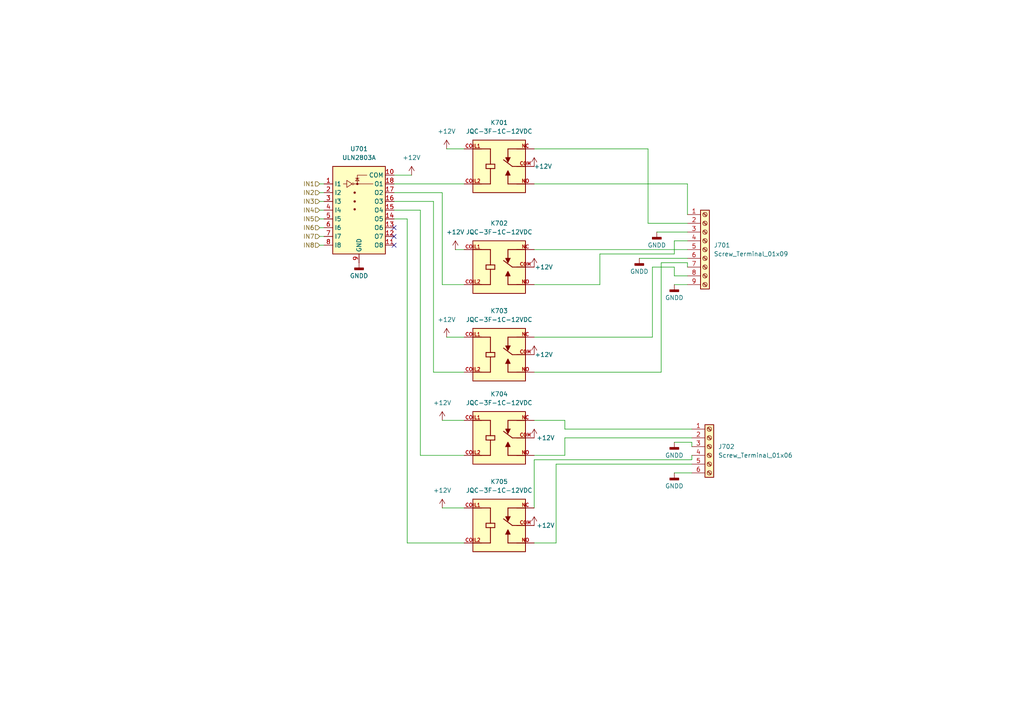
<source format=kicad_sch>
(kicad_sch (version 20231120) (generator "eeschema") (generator_version "8.0")
  (paper "A4")
  (lib_symbols
    (symbol "Connector:Screw_Terminal_01x06" (pin_names (offset 1.016) hide)
      (property "Reference" "J" (at 0 7.62 0))
      (property "Value" "Screw_Terminal_01x06" (at 0 -10.16 0))
      (symbol "Screw_Terminal_01x06_1_1"
        (rectangle (start -1.27 6.35) (end 1.27 -8.89) (stroke (width 0.254)) (fill (type background)))
        (circle (center 0 -7.62) (radius 0.635) (stroke (width 0.1524)))
        (circle (center 0 -5.08) (radius 0.635) (stroke (width 0.1524)))
        (circle (center 0 -2.54) (radius 0.635) (stroke (width 0.1524)))
        (polyline (pts (xy -0.5334 -7.2898) (xy 0.3302 -8.128)) (stroke (width 0.1524)))
        (polyline (pts (xy -0.5334 -4.7498) (xy 0.3302 -5.588)) (stroke (width 0.1524)))
        (polyline (pts (xy -0.5334 -2.2098) (xy 0.3302 -3.048)) (stroke (width 0.1524)))
        (polyline (pts (xy -0.5334 0.3302) (xy 0.3302 -0.508)) (stroke (width 0.1524)))
        (polyline (pts (xy -0.5334 2.8702) (xy 0.3302 2.032)) (stroke (width 0.1524)))
        (polyline (pts (xy -0.5334 5.4102) (xy 0.3302 4.572)) (stroke (width 0.1524)))
        (polyline (pts (xy -0.3556 -7.112) (xy 0.508 -7.9502)) (stroke (width 0.1524)))
        (polyline (pts (xy -0.3556 -4.572) (xy 0.508 -5.4102)) (stroke (width 0.1524)))
        (polyline (pts (xy -0.3556 -2.032) (xy 0.508 -2.8702)) (stroke (width 0.1524)))
        (polyline (pts (xy -0.3556 0.508) (xy 0.508 -0.3302)) (stroke (width 0.1524)))
        (polyline (pts (xy -0.3556 3.048) (xy 0.508 2.2098)) (stroke (width 0.1524)))
        (polyline (pts (xy -0.3556 5.588) (xy 0.508 4.7498)) (stroke (width 0.1524)))
        (circle (center 0 0) (radius 0.635) (stroke (width 0.1524)))
        (circle (center 0 2.54) (radius 0.635) (stroke (width 0.1524)))
        (circle (center 0 5.08) (radius 0.635) (stroke (width 0.1524)))
        (pin passive line (at -5.08 5.08 0) (length 3.81) (name "Pin_1") (number "1"))
        (pin passive line (at -5.08 2.54 0) (length 3.81) (name "Pin_2") (number "2"))
        (pin passive line (at -5.08 0 0) (length 3.81) (name "Pin_3") (number "3"))
        (pin passive line (at -5.08 -2.54 0) (length 3.81) (name "Pin_4") (number "4"))
        (pin passive line (at -5.08 -5.08 0) (length 3.81) (name "Pin_5") (number "5"))
        (pin passive line (at -5.08 -7.62 0) (length 3.81) (name "Pin_6") (number "6"))
      )
    )
    (symbol "Connector:Screw_Terminal_01x09" (pin_names (offset 1.016) hide)
      (property "Reference" "J" (at 0 12.7 0))
      (property "Value" "Screw_Terminal_01x09" (at 0 -12.7 0))
      (symbol "Screw_Terminal_01x09_1_1"
        (rectangle (start -1.27 11.43) (end 1.27 -11.43) (stroke (width 0.254)) (fill (type background)))
        (circle (center 0 -10.16) (radius 0.635) (stroke (width 0.1524)))
        (circle (center 0 -7.62) (radius 0.635) (stroke (width 0.1524)))
        (circle (center 0 -5.08) (radius 0.635) (stroke (width 0.1524)))
        (circle (center 0 -2.54) (radius 0.635) (stroke (width 0.1524)))
        (polyline (pts (xy -0.5334 -9.8298) (xy 0.3302 -10.668)) (stroke (width 0.1524)))
        (polyline (pts (xy -0.5334 -7.2898) (xy 0.3302 -8.128)) (stroke (width 0.1524)))
        (polyline (pts (xy -0.5334 -4.7498) (xy 0.3302 -5.588)) (stroke (width 0.1524)))
        (polyline (pts (xy -0.5334 -2.2098) (xy 0.3302 -3.048)) (stroke (width 0.1524)))
        (polyline (pts (xy -0.5334 0.3302) (xy 0.3302 -0.508)) (stroke (width 0.1524)))
        (polyline (pts (xy -0.5334 2.8702) (xy 0.3302 2.032)) (stroke (width 0.1524)))
        (polyline (pts (xy -0.5334 5.4102) (xy 0.3302 4.572)) (stroke (width 0.1524)))
        (polyline (pts (xy -0.5334 7.9502) (xy 0.3302 7.112)) (stroke (width 0.1524)))
        (polyline (pts (xy -0.5334 10.4902) (xy 0.3302 9.652)) (stroke (width 0.1524)))
        (polyline (pts (xy -0.3556 -9.652) (xy 0.508 -10.4902)) (stroke (width 0.1524)))
        (polyline (pts (xy -0.3556 -7.112) (xy 0.508 -7.9502)) (stroke (width 0.1524)))
        (polyline (pts (xy -0.3556 -4.572) (xy 0.508 -5.4102)) (stroke (width 0.1524)))
        (polyline (pts (xy -0.3556 -2.032) (xy 0.508 -2.8702)) (stroke (width 0.1524)))
        (polyline (pts (xy -0.3556 0.508) (xy 0.508 -0.3302)) (stroke (width 0.1524)))
        (polyline (pts (xy -0.3556 3.048) (xy 0.508 2.2098)) (stroke (width 0.1524)))
        (polyline (pts (xy -0.3556 5.588) (xy 0.508 4.7498)) (stroke (width 0.1524)))
        (polyline (pts (xy -0.3556 8.128) (xy 0.508 7.2898)) (stroke (width 0.1524)))
        (polyline (pts (xy -0.3556 10.668) (xy 0.508 9.8298)) (stroke (width 0.1524)))
        (circle (center 0 0) (radius 0.635) (stroke (width 0.1524)))
        (circle (center 0 2.54) (radius 0.635) (stroke (width 0.1524)))
        (circle (center 0 5.08) (radius 0.635) (stroke (width 0.1524)))
        (circle (center 0 7.62) (radius 0.635) (stroke (width 0.1524)))
        (circle (center 0 10.16) (radius 0.635) (stroke (width 0.1524)))
        (pin passive line (at -5.08 10.16 0) (length 3.81) (name "Pin_1") (number "1"))
        (pin passive line (at -5.08 7.62 0) (length 3.81) (name "Pin_2") (number "2"))
        (pin passive line (at -5.08 5.08 0) (length 3.81) (name "Pin_3") (number "3"))
        (pin passive line (at -5.08 2.54 0) (length 3.81) (name "Pin_4") (number "4"))
        (pin passive line (at -5.08 0 0) (length 3.81) (name "Pin_5") (number "5"))
        (pin passive line (at -5.08 -2.54 0) (length 3.81) (name "Pin_6") (number "6"))
        (pin passive line (at -5.08 -5.08 0) (length 3.81) (name "Pin_7") (number "7"))
        (pin passive line (at -5.08 -7.62 0) (length 3.81) (name "Pin_8") (number "8"))
        (pin passive line (at -5.08 -10.16 0) (length 3.81) (name "Pin_9") (number "9"))
      )
    )
    (symbol "Relay:JQC-3F-1C-24VDC" (pin_names (offset 1.016))
      (property "Reference" "K705" (at 0 12.7 0))
      (property "Value" "JQC-3F-1C-12VDC" (at 0 10.16 0))
      (symbol "JQC-3F-1C-24VDC_0_0"
        (rectangle (start -7.62 -7.62) (end 7.62 7.62) (stroke (width 0.254)) (fill (type background)))
        (polyline (pts (xy -7.62 -5.08) (xy -2.54 -5.08)) (stroke (width 0.254)))
        (polyline (pts (xy -7.62 5.08) (xy -2.54 5.08)) (stroke (width 0.254)))
        (polyline (pts (xy -3.81 -0.635) (xy -3.81 0.635)) (stroke (width 0.254)))
        (polyline (pts (xy -3.81 0.635) (xy -2.54 0.635)) (stroke (width 0.254)))
        (polyline (pts (xy -2.54 -0.635) (xy -3.81 -0.635)) (stroke (width 0.254)))
        (polyline (pts (xy -2.54 -0.635) (xy -2.54 -5.08)) (stroke (width 0.254)))
        (polyline (pts (xy -2.54 0.635) (xy -1.27 0.635)) (stroke (width 0.254)))
        (polyline (pts (xy -2.54 5.08) (xy -2.54 0.635)) (stroke (width 0.254)))
        (polyline (pts (xy -1.27 -0.635) (xy -2.54 -0.635)) (stroke (width 0.254)))
        (polyline (pts (xy -1.27 0.635) (xy -1.27 -0.635)) (stroke (width 0.254)))
        (polyline (pts (xy 2.54 -5.08) (xy 2.54 -2.54)) (stroke (width 0.254)))
        (polyline (pts (xy 2.54 5.08) (xy 2.54 2.54)) (stroke (width 0.254)))
        (polyline (pts (xy 2.54 5.08) (xy 7.62 5.08)) (stroke (width 0.254)))
        (polyline (pts (xy 3.81 0) (xy 1.27 1.905)) (stroke (width 0.254)))
        (polyline (pts (xy 7.62 -5.08) (xy 2.54 -5.08)) (stroke (width 0.254)))
        (polyline (pts (xy 7.62 0) (xy 3.81 0)) (stroke (width 0.254)))
        (polyline (pts (xy 1.905 -2.54) (xy 3.175 -2.54) (xy 2.54 -1.27) (xy 1.905 -2.54)) (stroke (width 0.254)) (fill (type outline)))
        (polyline (pts (xy 3.175 2.54) (xy 1.905 2.54) (xy 2.54 1.27) (xy 3.175 2.54)) (stroke (width 0.254)) (fill (type outline)))
        (pin passive line (at -10.16 5.08 0) (length 5.08) (name "~") (number "COIL1"))
        (pin passive line (at -10.16 -5.08 0) (length 5.08) (name "~") (number "COIL2"))
        (pin passive line (at 10.16 0 180) (length 5.08) (name "~") (number "COM"))
        (pin passive line (at 10.16 5.08 180) (length 5.08) (name "~") (number "NC"))
        (pin passive line (at 10.16 -5.08 180) (length 5.08) (name "~") (number "NO"))
      )
    )
    (symbol "Transistor_Array:ULN2803A"
      (property "Reference" "U" (at 0 13.335 0))
      (property "Value" "ULN2803A" (at 0 11.43 0))
      (symbol "ULN2803A_0_1"
        (rectangle (start -7.62 -15.24) (end 7.62 10.16) (stroke (width 0.254)) (fill (type background)))
        (circle (center -1.778 5.08) (radius 0.254))
        (circle (center -1.27 -2.286) (radius 0.254) (fill (type outline)))
        (circle (center -1.27 0) (radius 0.254) (fill (type outline)))
        (circle (center -1.27 2.54) (radius 0.254) (fill (type outline)))
        (circle (center -0.508 5.08) (radius 0.254) (fill (type outline)))
        (polyline (pts (xy -4.572 5.08) (xy -3.556 5.08)))
        (polyline (pts (xy -1.524 5.08) (xy 4.064 5.08)))
        (polyline (pts (xy 0 6.731) (xy -1.016 6.731)))
        (polyline (pts (xy -0.508 5.08) (xy -0.508 7.62) (xy 2.286 7.62)))
        (polyline (pts (xy -3.556 6.096) (xy -3.556 4.064) (xy -2.032 5.08) (xy -3.556 6.096)))
        (polyline (pts (xy 0 5.969) (xy -1.016 5.969) (xy -0.508 6.731) (xy 0 5.969)))
      )
      (symbol "ULN2803A_1_1"
        (pin input line (at -10.16 5.08 0) (length 2.54) (name "I1") (number "1"))
        (pin passive line (at 10.16 7.62 180) (length 2.54) (name "COM") (number "10"))
        (pin open_collector line (at 10.16 -12.7 180) (length 2.54) (name "O8") (number "11"))
        (pin open_collector line (at 10.16 -10.16 180) (length 2.54) (name "O7") (number "12"))
        (pin open_collector line (at 10.16 -7.62 180) (length 2.54) (name "O6") (number "13"))
        (pin open_collector line (at 10.16 -5.08 180) (length 2.54) (name "O5") (number "14"))
        (pin open_collector line (at 10.16 -2.54 180) (length 2.54) (name "O4") (number "15"))
        (pin open_collector line (at 10.16 0 180) (length 2.54) (name "O3") (number "16"))
        (pin open_collector line (at 10.16 2.54 180) (length 2.54) (name "O2") (number "17"))
        (pin open_collector line (at 10.16 5.08 180) (length 2.54) (name "O1") (number "18"))
        (pin input line (at -10.16 2.54 0) (length 2.54) (name "I2") (number "2"))
        (pin input line (at -10.16 0 0) (length 2.54) (name "I3") (number "3"))
        (pin input line (at -10.16 -2.54 0) (length 2.54) (name "I4") (number "4"))
        (pin input line (at -10.16 -5.08 0) (length 2.54) (name "I5") (number "5"))
        (pin input line (at -10.16 -7.62 0) (length 2.54) (name "I6") (number "6"))
        (pin input line (at -10.16 -10.16 0) (length 2.54) (name "I7") (number "7"))
        (pin input line (at -10.16 -12.7 0) (length 2.54) (name "I8") (number "8"))
        (pin power_in line (at 0 -17.78 90) (length 2.54) (name "GND") (number "9"))
      )
    )
    (symbol "power:+12V" (power) (pin_numbers hide) (pin_names (offset 0) hide)
      (property "Value" "+12V" (at 0 3.556 0))
      (symbol "+12V_0_1"
        (polyline (pts (xy -0.762 1.27) (xy 0 2.54)))
        (polyline (pts (xy 0 0) (xy 0 2.54)))
        (polyline (pts (xy 0 2.54) (xy 0.762 1.27)))
      )
      (symbol "+12V_1_1"
        (pin power_in line (at 0 0 90) (length 0) (name "~") (number "1"))
      )
    )
    (symbol "power:GNDD" (power) (pin_numbers hide) (pin_names (offset 0) hide)
      (property "Value" "GNDD" (at 0 -3.175 0))
      (symbol "GNDD_0_1"
        (rectangle (start -1.27 -1.524) (end 1.27 -2.032) (stroke (width 0.254)) (fill (type outline)))
        (polyline (pts (xy 0 0) (xy 0 -1.524)))
      )
      (symbol "GNDD_1_1"
        (pin power_in line (at 0 0 270) (length 0) (name "~") (number "1"))
      )
    )
  )
  (no_connect (at 114.3 68.58))
  (no_connect (at 114.3 71.12))
  (no_connect (at 114.3 66.04))
  (wire (pts (xy 92.71 58.42) (xy 93.98 58.42)))
  (wire (pts (xy 134.62 107.95) (xy 125.73 107.95)))
  (wire (pts (xy 163.83 132.08) (xy 163.83 127)))
  (wire (pts (xy 114.3 60.96) (xy 121.92 60.96)))
  (wire (pts (xy 154.94 72.39) (xy 199.39 72.39)))
  (wire (pts (xy 189.23 77.47) (xy 195.58 77.47)))
  (wire (pts (xy 154.94 53.34) (xy 199.39 53.34)))
  (wire (pts (xy 128.27 82.55) (xy 128.27 55.88)))
  (wire (pts (xy 154.94 147.32) (xy 154.94 133.35)))
  (wire (pts (xy 129.54 97.79) (xy 134.62 97.79)))
  (wire (pts (xy 154.94 82.55) (xy 173.99 82.55)))
  (wire (pts (xy 190.5 67.31) (xy 199.39 67.31)))
  (wire (pts (xy 195.58 128.27) (xy 200.66 128.27)))
  (wire (pts (xy 132.08 72.39) (xy 134.62 72.39)))
  (wire (pts (xy 121.92 132.08) (xy 121.92 60.96)))
  (wire (pts (xy 163.83 127) (xy 200.66 127)))
  (wire (pts (xy 195.58 137.16) (xy 200.66 137.16)))
  (wire (pts (xy 154.94 97.79) (xy 189.23 97.79)))
  (wire (pts (xy 200.66 133.35) (xy 200.66 132.08)))
  (wire (pts (xy 200.66 128.27) (xy 200.66 129.54)))
  (wire (pts (xy 154.94 133.35) (xy 200.66 133.35)))
  (wire (pts (xy 199.39 76.2) (xy 199.39 77.47)))
  (wire (pts (xy 163.83 121.92) (xy 154.94 121.92)))
  (wire (pts (xy 191.77 76.2) (xy 199.39 76.2)))
  (wire (pts (xy 134.62 157.48) (xy 118.11 157.48)))
  (wire (pts (xy 173.99 73.66) (xy 195.58 73.66)))
  (wire (pts (xy 154.94 132.08) (xy 163.83 132.08)))
  (wire (pts (xy 134.62 132.08) (xy 121.92 132.08)))
  (wire (pts (xy 92.71 60.96) (xy 93.98 60.96)))
  (wire (pts (xy 92.71 68.58) (xy 93.98 68.58)))
  (wire (pts (xy 163.83 121.92) (xy 163.83 124.46)))
  (wire (pts (xy 92.71 71.12) (xy 93.98 71.12)))
  (wire (pts (xy 187.96 43.18) (xy 187.96 64.77)))
  (wire (pts (xy 118.11 63.5) (xy 114.3 63.5)))
  (wire (pts (xy 195.58 69.85) (xy 199.39 69.85)))
  (wire (pts (xy 185.42 74.93) (xy 199.39 74.93)))
  (wire (pts (xy 114.3 53.34) (xy 134.62 53.34)))
  (wire (pts (xy 92.71 53.34) (xy 93.98 53.34)))
  (wire (pts (xy 191.77 76.2) (xy 191.77 107.95)))
  (wire (pts (xy 125.73 58.42) (xy 114.3 58.42)))
  (wire (pts (xy 114.3 50.8) (xy 119.38 50.8)))
  (wire (pts (xy 125.73 58.42) (xy 125.73 107.95)))
  (wire (pts (xy 134.62 82.55) (xy 128.27 82.55)))
  (wire (pts (xy 128.27 147.32) (xy 134.62 147.32)))
  (wire (pts (xy 154.94 107.95) (xy 191.77 107.95)))
  (wire (pts (xy 92.71 63.5) (xy 93.98 63.5)))
  (wire (pts (xy 161.29 157.48) (xy 161.29 134.62)))
  (wire (pts (xy 154.94 157.48) (xy 161.29 157.48)))
  (wire (pts (xy 187.96 64.77) (xy 199.39 64.77)))
  (wire (pts (xy 195.58 77.47) (xy 195.58 80.01)))
  (wire (pts (xy 195.58 73.66) (xy 195.58 69.85)))
  (wire (pts (xy 92.71 55.88) (xy 93.98 55.88)))
  (wire (pts (xy 118.11 157.48) (xy 118.11 63.5)))
  (wire (pts (xy 189.23 97.79) (xy 189.23 77.47)))
  (wire (pts (xy 161.29 134.62) (xy 200.66 134.62)))
  (wire (pts (xy 128.27 121.92) (xy 134.62 121.92)))
  (wire (pts (xy 129.54 43.18) (xy 134.62 43.18)))
  (wire (pts (xy 154.94 43.18) (xy 187.96 43.18)))
  (wire (pts (xy 173.99 82.55) (xy 173.99 73.66)))
  (wire (pts (xy 195.58 82.55) (xy 199.39 82.55)))
  (wire (pts (xy 128.27 55.88) (xy 114.3 55.88)))
  (wire (pts (xy 199.39 53.34) (xy 199.39 62.23)))
  (wire (pts (xy 92.71 66.04) (xy 93.98 66.04)))
  (wire (pts (xy 163.83 124.46) (xy 200.66 124.46)))
  (wire (pts (xy 195.58 80.01) (xy 199.39 80.01)))
  (hierarchical_label "IN3" (shape input) (at 92.71 58.42 180))
  (hierarchical_label "IN5" (shape input) (at 92.71 63.5 180))
  (hierarchical_label "IN2" (shape input) (at 92.71 55.88 180))
  (hierarchical_label "IN6" (shape input) (at 92.71 66.04 180))
  (hierarchical_label "IN8" (shape input) (at 92.71 71.12 180))
  (hierarchical_label "IN4" (shape input) (at 92.71 60.96 180))
  (hierarchical_label "IN1" (shape input) (at 92.71 53.34 180))
  (hierarchical_label "IN7" (shape input) (at 92.71 68.58 180))
  (symbol (lib_id "Relay:JQC-3F-1C-24VDC") (at 144.78 127 0) (unit 1)
    (property "Reference" "K704" (at 144.78 114.3 0))
    (property "Value" "JQC-3F-1C-12VDC" (at 144.78 116.84 0))
    (property "Footprint" "Relay_THT:RELAY_JQC-3F-1C-24VDC" (effects (hide yes)))
    (property "MF" "YUEQING HENGWEI ELECTRONICS CO.,LTD." (effects (hide yes)))
    (property "MAXIMUM_PACKAGE_HEIGHT" "15.5 mm" (effects (hide yes)))
    (property "Package" "None" (effects (hide yes)))
    (property "Price" "None" (effects (hide yes)))
    (property "Check_prices" "https://www.snapeda.com/parts/JQC-3F-1C-24VDC/YUEQING+HENGWEI+ELECTRONICS+CO.%252CLTD./view-part/?ref=eda" (effects (hide yes)))
    (property "STANDARD" "Manufacturer Recommendations" (effects (hide yes)))
    (property "PARTREV" "N/A" (effects (hide yes)))
    (property "SnapEDA_Link" "https://www.snapeda.com/parts/JQC-3F-1C-24VDC/YUEQING+HENGWEI+ELECTRONICS+CO.%252CLTD./view-part/?ref=snap" (effects (hide yes)))
    (property "MP" "JQC-3F-1C-24VDC" (effects (hide yes)))
    (property "Description_1" "\n                        \n                            Miniature PCB Relay 24VDC, 10A 250VAC, 15A 125VAC, 10A 250VAC\n                        \n" (effects (hide yes)))
    (property "Availability" "Not in stock" (effects (hide yes)))
    (property "MANUFACTURER" "YUEQING HENGWEI ELECTRONICS CO.,LTD." (effects (hide yes)))
  )
  (symbol (lib_id "power:+12V") (at 119.38 50.8 0) (unit 1)
    (property "Reference" "#PWR0702" (effects (hide yes)))
    (property "Value" "+12V" (at 119.38 45.72 0))
    (property "Description" "Power symbol creates a global label with name \"+12V\"" (effects (hide yes)))
  )
  (symbol (lib_id "power:+12V") (at 129.54 97.79 0) (unit 1)
    (property "Reference" "#PWR0704" (effects (hide yes)))
    (property "Value" "+12V" (at 129.54 92.71 0))
    (property "Description" "Power symbol creates a global label with name \"+12V\"" (effects (hide yes)))
  )
  (symbol (lib_id "power:+12V") (at 154.94 48.26 0) (unit 1)
    (property "Reference" "#PWR0706" (effects (hide yes)))
    (property "Value" "+12V" (at 157.48 48.26 0))
    (property "Description" "Power symbol creates a global label with name \"+12V\"" (effects (hide yes)))
  )
  (symbol (lib_id "Relay:JQC-3F-1C-24VDC") (at 144.78 48.26 0) (unit 1)
    (property "Reference" "K701" (at 144.78 35.56 0))
    (property "Value" "JQC-3F-1C-12VDC" (at 144.78 38.1 0))
    (property "Footprint" "Relay_THT:RELAY_JQC-3F-1C-24VDC" (effects (hide yes)))
    (property "MF" "YUEQING HENGWEI ELECTRONICS CO.,LTD." (effects (hide yes)))
    (property "MAXIMUM_PACKAGE_HEIGHT" "15.5 mm" (effects (hide yes)))
    (property "Package" "None" (effects (hide yes)))
    (property "Price" "None" (effects (hide yes)))
    (property "Check_prices" "https://www.snapeda.com/parts/JQC-3F-1C-24VDC/YUEQING+HENGWEI+ELECTRONICS+CO.%252CLTD./view-part/?ref=eda" (effects (hide yes)))
    (property "STANDARD" "Manufacturer Recommendations" (effects (hide yes)))
    (property "PARTREV" "N/A" (effects (hide yes)))
    (property "SnapEDA_Link" "https://www.snapeda.com/parts/JQC-3F-1C-24VDC/YUEQING+HENGWEI+ELECTRONICS+CO.%252CLTD./view-part/?ref=snap" (effects (hide yes)))
    (property "MP" "JQC-3F-1C-24VDC" (effects (hide yes)))
    (property "Description_1" "\n                        \n                            Miniature PCB Relay 24VDC, 10A 250VAC, 15A 125VAC, 10A 250VAC\n                        \n" (effects (hide yes)))
    (property "Availability" "Not in stock" (effects (hide yes)))
    (property "MANUFACTURER" "YUEQING HENGWEI ELECTRONICS CO.,LTD." (effects (hide yes)))
  )
  (symbol (lib_id "Transistor_Array:ULN2803A") (at 104.14 58.42 0) (unit 1)
    (property "Reference" "U701" (at 104.14 43.18 0))
    (property "Value" "ULN2803A" (at 104.14 45.72 0))
    (property "Footprint" "Package_SO:SOIC-18W_7.5x11.6mm_P1.27mm" (effects (hide yes)))
    (property "Datasheet" "http://www.ti.com/lit/ds/symlink/uln2803a.pdf" (effects (hide yes)))
    (property "Description" "Darlington Transistor Arrays, SOIC18/DIP18" (effects (hide yes)))
  )
  (symbol (lib_id "power:+12V") (at 128.27 147.32 0) (unit 1)
    (property "Reference" "#PWR0713" (effects (hide yes)))
    (property "Value" "+12V" (at 128.27 142.24 0))
    (property "Description" "Power symbol creates a global label with name \"+12V\"" (effects (hide yes)))
  )
  (symbol (lib_id "power:+12V") (at 132.08 72.39 0) (unit 1)
    (property "Reference" "#PWR0705" (effects (hide yes)))
    (property "Value" "+12V" (at 132.08 67.31 0))
    (property "Description" "Power symbol creates a global label with name \"+12V\"" (effects (hide yes)))
  )
  (symbol (lib_id "Connector:Screw_Terminal_01x09") (at 204.47 72.39 0) (unit 1)
    (property "Reference" "J701" (at 207.01 71.1199 0) (effects (justify left)))
    (property "Value" "Screw_Terminal_01x09" (at 207.01 73.6599 0) (effects (justify left)))
    (property "Footprint" "TerminalBlock_Phoenix:TerminalBlock_Phoenix_MKDS-1,5-9_1x09_P5.00mm_Horizontal" (effects (hide yes)))
    (property "Description" "Generic screw terminal, single row, 01x09, script generated (kicad-library-utils/schlib/autogen/connector/)" (effects (hide yes)))
  )
  (symbol (lib_id "Connector:Screw_Terminal_01x06") (at 205.74 129.54 0) (unit 1)
    (property "Reference" "J702" (at 208.28 129.5399 0) (effects (justify left)))
    (property "Value" "Screw_Terminal_01x06" (at 208.28 132.0799 0) (effects (justify left)))
    (property "Footprint" "TerminalBlock_Phoenix:TerminalBlock_Phoenix_MKDS-1,5-6_1x06_P5.00mm_Horizontal" (effects (hide yes)))
    (property "Description" "Generic screw terminal, single row, 01x06, script generated (kicad-library-utils/schlib/autogen/connector/)" (effects (hide yes)))
  )
  (symbol (lib_id "power:GNDD") (at 195.58 82.55 0) (unit 1)
    (property "Reference" "#PWR0711" (effects (hide yes)))
    (property "Value" "GNDD" (at 195.58 86.36 0))
    (property "Description" "Power symbol creates a global label with name \"GNDD\" , digital ground" (effects (hide yes)))
  )
  (symbol (lib_id "power:GNDD") (at 104.14 76.2 0) (unit 1)
    (property "Reference" "#PWR0701" (effects (hide yes)))
    (property "Value" "GNDD" (at 104.14 80.01 0))
    (property "Description" "Power symbol creates a global label with name \"GNDD\" , digital ground" (effects (hide yes)))
  )
  (symbol (lib_id "power:+12V") (at 154.94 152.4 0) (unit 1)
    (property "Reference" "#PWR0715" (effects (hide yes)))
    (property "Value" "+12V" (at 158.242 152.4 0))
    (property "Description" "Power symbol creates a global label with name \"+12V\"" (effects (hide yes)))
  )
  (symbol (lib_id "Relay:JQC-3F-1C-24VDC") (at 144.78 152.4 0) (unit 1)
    (property "Reference" "K705" (at 144.78 139.7 0))
    (property "Value" "JQC-3F-1C-12VDC" (at 144.78 142.24 0))
    (property "Footprint" "Relay_THT:RELAY_JQC-3F-1C-24VDC" (effects (hide yes)))
    (property "MF" "YUEQING HENGWEI ELECTRONICS CO.,LTD." (effects (hide yes)))
    (property "MAXIMUM_PACKAGE_HEIGHT" "15.5 mm" (effects (hide yes)))
    (property "Package" "None" (effects (hide yes)))
    (property "Price" "None" (effects (hide yes)))
    (property "Check_prices" "https://www.snapeda.com/parts/JQC-3F-1C-24VDC/YUEQING+HENGWEI+ELECTRONICS+CO.%252CLTD./view-part/?ref=eda" (effects (hide yes)))
    (property "STANDARD" "Manufacturer Recommendations" (effects (hide yes)))
    (property "PARTREV" "N/A" (effects (hide yes)))
    (property "SnapEDA_Link" "https://www.snapeda.com/parts/JQC-3F-1C-24VDC/YUEQING+HENGWEI+ELECTRONICS+CO.%252CLTD./view-part/?ref=snap" (effects (hide yes)))
    (property "MP" "JQC-3F-1C-24VDC" (effects (hide yes)))
    (property "Description_1" "\n                        \n                            Miniature PCB Relay 24VDC, 10A 250VAC, 15A 125VAC, 10A 250VAC\n                        \n" (effects (hide yes)))
    (property "Availability" "Not in stock" (effects (hide yes)))
    (property "MANUFACTURER" "YUEQING HENGWEI ELECTRONICS CO.,LTD." (effects (hide yes)))
  )
  (symbol (lib_id "power:+12V") (at 154.94 127 0) (unit 1)
    (property "Reference" "#PWR0714" (effects (hide yes)))
    (property "Value" "+12V" (at 158.242 127 0))
    (property "Description" "Power symbol creates a global label with name \"+12V\"" (effects (hide yes)))
  )
  (symbol (lib_id "Relay:JQC-3F-1C-24VDC") (at 144.78 77.47 0) (unit 1)
    (property "Reference" "K702" (at 144.78 64.77 0))
    (property "Value" "JQC-3F-1C-12VDC" (at 144.78 67.31 0))
    (property "Footprint" "Relay_THT:RELAY_JQC-3F-1C-24VDC" (effects (hide yes)))
    (property "MF" "YUEQING HENGWEI ELECTRONICS CO.,LTD." (effects (hide yes)))
    (property "MAXIMUM_PACKAGE_HEIGHT" "15.5 mm" (effects (hide yes)))
    (property "Package" "None" (effects (hide yes)))
    (property "Price" "None" (effects (hide yes)))
    (property "Check_prices" "https://www.snapeda.com/parts/JQC-3F-1C-24VDC/YUEQING+HENGWEI+ELECTRONICS+CO.%252CLTD./view-part/?ref=eda" (effects (hide yes)))
    (property "STANDARD" "Manufacturer Recommendations" (effects (hide yes)))
    (property "PARTREV" "N/A" (effects (hide yes)))
    (property "SnapEDA_Link" "https://www.snapeda.com/parts/JQC-3F-1C-24VDC/YUEQING+HENGWEI+ELECTRONICS+CO.%252CLTD./view-part/?ref=snap" (effects (hide yes)))
    (property "MP" "JQC-3F-1C-24VDC" (effects (hide yes)))
    (property "Description_1" "\n                        \n                            Miniature PCB Relay 24VDC, 10A 250VAC, 15A 125VAC, 10A 250VAC\n                        \n" (effects (hide yes)))
    (property "Availability" "Not in stock" (effects (hide yes)))
    (property "MANUFACTURER" "YUEQING HENGWEI ELECTRONICS CO.,LTD." (effects (hide yes)))
  )
  (symbol (lib_id "power:GNDD") (at 190.5 67.31 0) (unit 1)
    (property "Reference" "#PWR0709" (effects (hide yes)))
    (property "Value" "GNDD" (at 190.5 71.12 0))
    (property "Description" "Power symbol creates a global label with name \"GNDD\" , digital ground" (effects (hide yes)))
  )
  (symbol (lib_id "power:GNDD") (at 185.42 74.93 0) (unit 1)
    (property "Reference" "#PWR0710" (effects (hide yes)))
    (property "Value" "GNDD" (at 185.42 78.74 0))
    (property "Description" "Power symbol creates a global label with name \"GNDD\" , digital ground" (effects (hide yes)))
  )
  (symbol (lib_id "power:+12V") (at 154.94 102.87 0) (unit 1)
    (property "Reference" "#PWR0708" (effects (hide yes)))
    (property "Value" "+12V" (at 157.734 102.87 0))
    (property "Description" "Power symbol creates a global label with name \"+12V\"" (effects (hide yes)))
  )
  (symbol (lib_id "power:GNDD") (at 195.58 128.27 0) (unit 1)
    (property "Reference" "#PWR0716" (effects (hide yes)))
    (property "Value" "GNDD" (at 195.58 132.08 0))
    (property "Description" "Power symbol creates a global label with name \"GNDD\" , digital ground" (effects (hide yes)))
  )
  (symbol (lib_id "power:+12V") (at 129.54 43.18 0) (unit 1)
    (property "Reference" "#PWR0703" (effects (hide yes)))
    (property "Value" "+12V" (at 129.54 38.1 0))
    (property "Description" "Power symbol creates a global label with name \"+12V\"" (effects (hide yes)))
  )
  (symbol (lib_id "power:GNDD") (at 195.58 137.16 0) (unit 1)
    (property "Reference" "#PWR0717" (effects (hide yes)))
    (property "Value" "GNDD" (at 195.58 140.97 0))
    (property "Description" "Power symbol creates a global label with name \"GNDD\" , digital ground" (effects (hide yes)))
  )
  (symbol (lib_id "power:+12V") (at 128.27 121.92 0) (unit 1)
    (property "Reference" "#PWR0712" (effects (hide yes)))
    (property "Value" "+12V" (at 128.27 116.84 0))
    (property "Description" "Power symbol creates a global label with name \"+12V\"" (effects (hide yes)))
  )
  (symbol (lib_id "Relay:JQC-3F-1C-24VDC") (at 144.78 102.87 0) (unit 1)
    (property "Reference" "K703" (at 144.78 90.17 0))
    (property "Value" "JQC-3F-1C-12VDC" (at 144.78 92.71 0))
    (property "Footprint" "Relay_THT:RELAY_JQC-3F-1C-24VDC" (effects (hide yes)))
    (property "MF" "YUEQING HENGWEI ELECTRONICS CO.,LTD." (effects (hide yes)))
    (property "MAXIMUM_PACKAGE_HEIGHT" "15.5 mm" (effects (hide yes)))
    (property "Package" "None" (effects (hide yes)))
    (property "Price" "None" (effects (hide yes)))
    (property "Check_prices" "https://www.snapeda.com/parts/JQC-3F-1C-24VDC/YUEQING+HENGWEI+ELECTRONICS+CO.%252CLTD./view-part/?ref=eda" (effects (hide yes)))
    (property "STANDARD" "Manufacturer Recommendations" (effects (hide yes)))
    (property "PARTREV" "N/A" (effects (hide yes)))
    (property "SnapEDA_Link" "https://www.snapeda.com/parts/JQC-3F-1C-24VDC/YUEQING+HENGWEI+ELECTRONICS+CO.%252CLTD./view-part/?ref=snap" (effects (hide yes)))
    (property "MP" "JQC-3F-1C-24VDC" (effects (hide yes)))
    (property "Description_1" "\n                        \n                            Miniature PCB Relay 24VDC, 10A 250VAC, 15A 125VAC, 10A 250VAC\n                        \n" (effects (hide yes)))
    (property "Availability" "Not in stock" (effects (hide yes)))
    (property "MANUFACTURER" "YUEQING HENGWEI ELECTRONICS CO.,LTD." (effects (hide yes)))
  )
  (symbol (lib_id "power:+12V") (at 154.94 77.47 0) (unit 1)
    (property "Reference" "#PWR0707" (effects (hide yes)))
    (property "Value" "+12V" (at 157.734 77.47 0))
    (property "Description" "Power symbol creates a global label with name \"+12V\"" (effects (hide yes)))
  )
)
</source>
